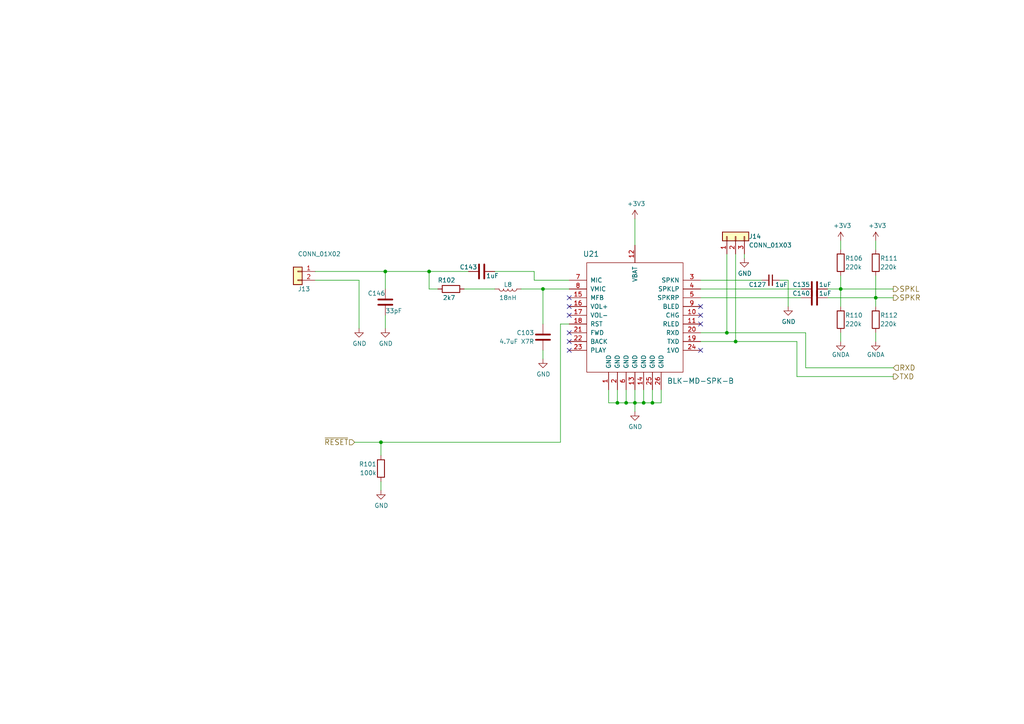
<source format=kicad_sch>
(kicad_sch (version 20211123) (generator eeschema)
  (paper "A4")
  (title_block (title "Bluetooth Audio") (date "2016-06-17"))
  (lib_symbols
    (symbol "Connector_Generic:Conn_01x02" (pin_names (offset 1.016) hide)
      (property "Reference" "J" (at 0 2.54 0))
      (property "Value" "Conn_01x02" (at 0 -5.08 0))
      (symbol "Conn_01x02_1_1"
        (rectangle (start -1.27 -2.413) (end 0 -2.667) (stroke (width 0.1524)))
        (rectangle (start -1.27 0.127) (end 0 -0.127) (stroke (width 0.1524)))
        (rectangle (start -1.27 1.27) (end 1.27 -3.81) (stroke (width 0.254)) (fill (type background)))
        (pin passive line (at -5.08 0 0) (length 3.81) (name "Pin_1") (number "1"))
        (pin passive line (at -5.08 -2.54 0) (length 3.81) (name "Pin_2") (number "2"))
      )
    )
    (symbol "Connector_Generic:Conn_01x03" (pin_names (offset 1.016) hide)
      (property "Reference" "J" (at 0 5.08 0))
      (property "Value" "Conn_01x03" (at 0 -5.08 0))
      (symbol "Conn_01x03_1_1"
        (rectangle (start -1.27 -2.413) (end 0 -2.667) (stroke (width 0.1524)))
        (rectangle (start -1.27 0.127) (end 0 -0.127) (stroke (width 0.1524)))
        (rectangle (start -1.27 2.667) (end 0 2.413) (stroke (width 0.1524)))
        (rectangle (start -1.27 3.81) (end 1.27 -3.81) (stroke (width 0.254)) (fill (type background)))
        (pin passive line (at -5.08 2.54 0) (length 3.81) (name "Pin_1") (number "1"))
        (pin passive line (at -5.08 0 0) (length 3.81) (name "Pin_2") (number "2"))
        (pin passive line (at -5.08 -2.54 0) (length 3.81) (name "Pin_3") (number "3"))
      )
    )
    (symbol "Device:C" (pin_numbers hide) (pin_names (offset 0.254))
      (property "Reference" "C" (at 0.635 2.54 0))
      (property "Value" "C" (at 0.635 -2.54 0))
      (symbol "C_0_1"
        (polyline (pts (xy -2.032 -0.762) (xy 2.032 -0.762)) (stroke (width 0.508)))
        (polyline (pts (xy -2.032 0.762) (xy 2.032 0.762)) (stroke (width 0.508)))
      )
      (symbol "C_1_1"
        (pin passive line (at 0 3.81 270) (length 2.794) (name "~") (number "1"))
        (pin passive line (at 0 -3.81 90) (length 2.794) (name "~") (number "2"))
      )
    )
    (symbol "Device:C_Small" (pin_numbers hide) (pin_names (offset 0.254) hide)
      (property "Reference" "C" (at 0.254 1.778 0))
      (property "Value" "C_Small" (at 0.254 -2.032 0))
      (symbol "C_Small_0_1"
        (polyline (pts (xy -1.524 -0.508) (xy 1.524 -0.508)) (stroke (width 0.3302)))
        (polyline (pts (xy -1.524 0.508) (xy 1.524 0.508)) (stroke (width 0.3048)))
      )
      (symbol "C_Small_1_1"
        (pin passive line (at 0 2.54 270) (length 2.032) (name "~") (number "1"))
        (pin passive line (at 0 -2.54 90) (length 2.032) (name "~") (number "2"))
      )
    )
    (symbol "Device:L" (pin_numbers hide) (pin_names (offset 1.016) hide)
      (property "Reference" "L" (at -1.27 0 90))
      (property "Value" "L" (at 1.905 0 90))
      (symbol "L_0_1"
        (arc (start 0 -2.54) (mid 0.635 -1.905) (end 0 -1.27))
        (arc (start 0 -1.27) (mid 0.635 -0.635) (end 0 0))
        (arc (start 0 0) (mid 0.635 0.635) (end 0 1.27))
        (arc (start 0 1.27) (mid 0.635 1.905) (end 0 2.54))
      )
      (symbol "L_1_1"
        (pin passive line (at 0 3.81 270) (length 1.27) (name "1") (number "1"))
        (pin passive line (at 0 -3.81 90) (length 1.27) (name "2") (number "2"))
      )
    )
    (symbol "Device:R" (pin_numbers hide) (pin_names (offset 0))
      (property "Reference" "R" (at 2.032 0 90))
      (property "Value" "R" (at 0 0 90))
      (symbol "R_0_1"
        (rectangle (start -1.016 -2.54) (end 1.016 2.54) (stroke (width 0.254)))
      )
      (symbol "R_1_1"
        (pin passive line (at 0 3.81 270) (length 1.27) (name "~") (number "1"))
        (pin passive line (at 0 -3.81 90) (length 1.27) (name "~") (number "2"))
      )
    )
    (symbol "Mainboard-rescue:+3.3V-power" (power) (pin_names (offset 0))
      (property "Value" "+3.3V-power" (at 0 3.556 0))
      (symbol "+3.3V-power_0_1"
        (polyline (pts (xy -0.762 1.27) (xy 0 2.54)))
        (polyline (pts (xy 0 0) (xy 0 2.54)))
        (polyline (pts (xy 0 2.54) (xy 0.762 1.27)))
      )
      (symbol "+3.3V-power_1_1"
        (pin power_in line (at 0 0 90) (length 0) hide (name "+3V3") (number "1"))
      )
    )
    (symbol "Mainboard-rescue:+3V3-power" (power) (pin_names (offset 0))
      (property "Value" "+3V3-power" (at 0 3.556 0))
      (symbol "+3V3-power_0_1"
        (polyline (pts (xy -0.762 1.27) (xy 0 2.54)))
        (polyline (pts (xy 0 0) (xy 0 2.54)))
        (polyline (pts (xy 0 2.54) (xy 0.762 1.27)))
      )
      (symbol "+3V3-power_1_1"
        (pin power_in line (at 0 0 90) (length 0) hide (name "+3V3") (number "1"))
      )
    )
    (symbol "Mainboard-rescue:GND-power" (power) (pin_names (offset 0))
      (property "Value" "GND-power" (at 0 -3.81 0))
      (symbol "GND-power_0_1"
        (polyline (pts (xy 0 0) (xy 0 -1.27) (xy 1.27 -1.27) (xy 0 -2.54) (xy -1.27 -1.27) (xy 0 -1.27)))
      )
      (symbol "GND-power_1_1"
        (pin power_in line (at 0 0 270) (length 0) hide (name "GND") (number "1"))
      )
    )
    (symbol "Mainboard-rescue:GNDA-power" (power) (pin_names (offset 0))
      (property "Value" "GNDA-power" (at 0 -3.81 0))
      (symbol "GNDA-power_0_1"
        (polyline (pts (xy 0 0) (xy 0 -1.27) (xy 1.27 -1.27) (xy 0 -2.54) (xy -1.27 -1.27) (xy 0 -1.27)))
      )
      (symbol "GNDA-power_1_1"
        (pin power_in line (at 0 0 270) (length 0) hide (name "GNDA") (number "1"))
      )
    )
    (symbol "Mainboard:BLK-MD-SPK-B" (pin_names (offset 1.016))
      (property "Reference" "U" (at -11.43 13.335 0))
      (property "Value" "BLK-MD-SPK-B" (at 19.05 -22.86 0))
      (symbol "BLK-MD-SPK-B_0_1"
        (rectangle (start -13.97 11.43) (end 13.97 -20.32))
      )
      (symbol "BLK-MD-SPK-B_1_1"
        (pin power_in line (at -7.62 -25.4 90) (length 5.08) (name "GND") (number "1"))
        (pin power_out line (at 19.05 -3.81 180) (length 5.08) (name "CHG") (number "10"))
        (pin open_emitter line (at 19.05 -6.35 180) (length 5.08) (name "RLED") (number "11"))
        (pin power_in line (at 0 16.51 270) (length 5.08) (name "VBAT") (number "12"))
        (pin power_in line (at 0 -25.4 90) (length 5.08) (name "GND") (number "13"))
        (pin power_in line (at 2.54 -25.4 90) (length 5.08) (name "GND") (number "14"))
        (pin input line (at -19.05 1.27 0) (length 5.08) (name "MFB") (number "15"))
        (pin input line (at -19.05 -1.27 0) (length 5.08) (name "VOL+") (number "16"))
        (pin input line (at -19.05 -3.81 0) (length 5.08) (name "VOL-") (number "17"))
        (pin input line (at -19.05 -6.35 0) (length 5.08) (name "RST") (number "18"))
        (pin output line (at 19.05 -11.43 180) (length 5.08) (name "TXD") (number "19"))
        (pin power_in line (at -5.08 -25.4 90) (length 5.08) (name "GND") (number "2"))
        (pin input line (at 19.05 -8.89 180) (length 5.08) (name "RXD") (number "20"))
        (pin input line (at -19.05 -8.89 0) (length 5.08) (name "FWD") (number "21"))
        (pin input line (at -19.05 -11.43 0) (length 5.08) (name "BACK") (number "22"))
        (pin input line (at -19.05 -13.97 0) (length 5.08) (name "PLAY") (number "23"))
        (pin power_out line (at 19.05 -13.97 180) (length 5.08) (name "1VO") (number "24"))
        (pin power_in line (at 5.08 -25.4 90) (length 5.08) (name "GND") (number "25"))
        (pin power_in line (at 7.62 -25.4 90) (length 5.08) (name "GND") (number "26"))
        (pin output line (at 19.05 6.35 180) (length 5.08) (name "SPKN") (number "3"))
        (pin output line (at 19.05 3.81 180) (length 5.08) (name "SPKLP") (number "4"))
        (pin output line (at 19.05 1.27 180) (length 5.08) (name "SPKRP") (number "5"))
        (pin power_in line (at -2.54 -25.4 90) (length 5.08) (name "GND") (number "6"))
        (pin input line (at -19.05 6.35 0) (length 5.08) (name "MIC") (number "7"))
        (pin input line (at -19.05 3.81 0) (length 5.08) (name "VMIC") (number "8"))
        (pin open_collector line (at 19.05 -1.27 180) (length 5.08) (name "BLED") (number "9"))
      )
    )
  )
  (junction (at 243.84 83.82))
  (junction (at 254 86.36))
  (junction (at 184.15 116.84))
  (junction (at 210.82 96.52))
  (junction (at 179.07 116.84))
  (junction (at 189.23 116.84))
  (junction (at 111.76 78.74))
  (junction (at 213.36 99.06))
  (junction (at 124.46 78.74))
  (junction (at 186.69 116.84))
  (junction (at 181.61 116.84))
  (junction (at 157.48 83.82))
  (junction (at 110.49 128.27))
  (no_connect (at 165.1 96.52))
  (no_connect (at 165.1 99.06))
  (no_connect (at 165.1 88.9))
  (no_connect (at 203.2 101.6))
  (no_connect (at 203.2 91.44))
  (no_connect (at 165.1 101.6))
  (no_connect (at 203.2 88.9))
  (no_connect (at 203.2 93.98))
  (no_connect (at 165.1 91.44))
  (no_connect (at 165.1 86.36))
  (wire (pts (xy 111.76 91.44) (xy 111.76 95.25)))
  (wire (pts (xy 203.2 86.36) (xy 232.41 86.36)))
  (wire (pts (xy 233.68 106.68) (xy 259.08 106.68)))
  (wire (pts (xy 191.77 116.84) (xy 191.77 113.03)))
  (wire (pts (xy 162.56 128.27) (xy 162.56 93.98)))
  (wire (pts (xy 157.48 83.82) (xy 157.48 93.98)))
  (wire (pts (xy 254 86.36) (xy 254 88.9)))
  (wire (pts (xy 162.56 93.98) (xy 165.1 93.98)))
  (wire (pts (xy 203.2 96.52) (xy 210.82 96.52)))
  (wire (pts (xy 243.84 83.82) (xy 259.08 83.82)))
  (wire (pts (xy 91.44 78.74) (xy 111.76 78.74)))
  (wire (pts (xy 157.48 83.82) (xy 165.1 83.82)))
  (wire (pts (xy 110.49 128.27) (xy 110.49 132.08)))
  (wire (pts (xy 181.61 116.84) (xy 181.61 113.03)))
  (wire (pts (xy 179.07 113.03) (xy 179.07 116.84)))
  (wire (pts (xy 228.6 81.28) (xy 228.6 88.9)))
  (wire (pts (xy 231.14 99.06) (xy 231.14 109.22)))
  (wire (pts (xy 176.53 113.03) (xy 176.53 116.84)))
  (wire (pts (xy 210.82 73.66) (xy 210.82 96.52)))
  (wire (pts (xy 143.51 78.74) (xy 154.94 78.74)))
  (wire (pts (xy 154.94 78.74) (xy 154.94 81.28)))
  (wire (pts (xy 154.94 81.28) (xy 165.1 81.28)))
  (wire (pts (xy 104.14 81.28) (xy 91.44 81.28)))
  (wire (pts (xy 186.69 116.84) (xy 186.69 113.03)))
  (wire (pts (xy 157.48 101.6) (xy 157.48 104.14)))
  (wire (pts (xy 151.13 83.82) (xy 157.48 83.82)))
  (wire (pts (xy 213.36 99.06) (xy 231.14 99.06)))
  (wire (pts (xy 127 83.82) (xy 124.46 83.82)))
  (wire (pts (xy 213.36 73.66) (xy 213.36 99.06)))
  (wire (pts (xy 243.84 83.82) (xy 243.84 88.9)))
  (wire (pts (xy 203.2 81.28) (xy 220.98 81.28)))
  (wire (pts (xy 179.07 116.84) (xy 181.61 116.84)))
  (wire (pts (xy 254 69.85) (xy 254 72.39)))
  (wire (pts (xy 143.51 83.82) (xy 134.62 83.82)))
  (wire (pts (xy 240.03 86.36) (xy 254 86.36)))
  (wire (pts (xy 124.46 83.82) (xy 124.46 78.74)))
  (wire (pts (xy 240.03 83.82) (xy 243.84 83.82)))
  (wire (pts (xy 184.15 116.84) (xy 186.69 116.84)))
  (wire (pts (xy 181.61 116.84) (xy 184.15 116.84)))
  (wire (pts (xy 254 80.01) (xy 254 86.36)))
  (wire (pts (xy 184.15 113.03) (xy 184.15 116.84)))
  (wire (pts (xy 189.23 116.84) (xy 189.23 113.03)))
  (wire (pts (xy 111.76 78.74) (xy 124.46 78.74)))
  (wire (pts (xy 243.84 80.01) (xy 243.84 83.82)))
  (wire (pts (xy 233.68 96.52) (xy 233.68 106.68)))
  (wire (pts (xy 124.46 78.74) (xy 135.89 78.74)))
  (wire (pts (xy 210.82 96.52) (xy 233.68 96.52)))
  (wire (pts (xy 176.53 116.84) (xy 179.07 116.84)))
  (wire (pts (xy 215.9 73.66) (xy 215.9 74.93)))
  (wire (pts (xy 104.14 95.25) (xy 104.14 81.28)))
  (wire (pts (xy 243.84 69.85) (xy 243.84 72.39)))
  (wire (pts (xy 184.15 116.84) (xy 184.15 119.38)))
  (wire (pts (xy 243.84 96.52) (xy 243.84 99.06)))
  (wire (pts (xy 203.2 99.06) (xy 213.36 99.06)))
  (wire (pts (xy 111.76 78.74) (xy 111.76 83.82)))
  (wire (pts (xy 254 96.52) (xy 254 99.06)))
  (wire (pts (xy 186.69 116.84) (xy 189.23 116.84)))
  (wire (pts (xy 110.49 139.7) (xy 110.49 142.24)))
  (wire (pts (xy 231.14 109.22) (xy 259.08 109.22)))
  (wire (pts (xy 203.2 83.82) (xy 232.41 83.82)))
  (wire (pts (xy 254 86.36) (xy 259.08 86.36)))
  (wire (pts (xy 110.49 128.27) (xy 162.56 128.27)))
  (wire (pts (xy 189.23 116.84) (xy 191.77 116.84)))
  (wire (pts (xy 102.87 128.27) (xy 110.49 128.27)))
  (wire (pts (xy 184.15 63.5) (xy 184.15 71.12)))
  (wire (pts (xy 226.06 81.28) (xy 228.6 81.28)))
  (hierarchical_label "RXD" (shape input) (at 259.08 106.68 0) (effects (font (size 1.524 1.524))))
  (hierarchical_label "TXD" (shape output) (at 259.08 109.22 0) (effects (font (size 1.524 1.524))))
  (hierarchical_label "SPKL" (shape output) (at 259.08 83.82 0) (effects (font (size 1.524 1.524))))
  (hierarchical_label "~{RESET}" (shape input) (at 102.87 128.27 180) (effects (font (size 1.524 1.524))))
  (hierarchical_label "SPKR" (shape output) (at 259.08 86.36 0) (effects (font (size 1.524 1.524))))
  (symbol (lib_id "Mainboard:BLK-MD-SPK-B") (at 184.15 87.63 0) (unit 1)
    (property "Reference" "U21" (at 171.45 73.66 0) (effects (font (size 1.524 1.524))))
    (property "Value" "BLK-MD-SPK-B" (at 203.2 110.49 0) (effects (font (size 1.524 1.524))))
    (property "Footprint" "Modules_various:BLK-MD-SPK-B" (effects hide))
  )
  (symbol (lib_id "Mainboard-rescue:+3.3V-power") (at 184.15 63.5 0) (unit 1)
    (property "Reference" "#PWR0203" (effects hide))
    (property "Value" "+3.3V" (at 184.531 59.1058 0))
  )
  (symbol (lib_id "Mainboard-rescue:GND-power") (at 184.15 119.38 0) (unit 1)
    (property "Reference" "#PWR0204" (effects hide))
    (property "Value" "GND" (at 184.277 123.7742 0))
  )
  (symbol (lib_id "Device:R") (at 130.81 83.82 90) (unit 1)
    (property "Reference" "R102" (at 132.08 81.28 90) (effects (justify left)))
    (property "Value" "2k7" (at 132.08 86.36 90) (effects (justify left)))
    (property "Footprint" "Resistors_SMD:R_0603_HandSoldering" (effects hide))
  )
  (symbol (lib_id "Device:L") (at 147.32 83.82 270) (unit 1)
    (property "Reference" "L8" (at 147.32 82.55 90))
    (property "Value" "18nH" (at 147.32 86.36 90))
    (property "Footprint" "Resistors_SMD:R_0603_HandSoldering" (effects hide))
    (property "Manufacturer" "Würth Elektronik" (effects hide))
    (property "Type" "744786118A" (effects hide))
    (property "Source" "Farnell" (effects hide))
    (property "Order Number" "2424720" (effects hide))
  )
  (symbol (lib_id "Device:C") (at 157.48 97.79 0) (unit 1)
    (property "Reference" "C103" (at 154.94 96.52 0) (effects (justify right)))
    (property "Value" "4.7uF X7R" (at 154.94 99.06 0) (effects (justify right)))
    (property "Footprint" "Capacitors_SMD:C_1206_HandSoldering" (effects hide))
    (property "Manufacturer" "Kemet" (effects hide))
    (property "Type" "C1206C475K3RACAUTO" (effects hide))
    (property "Source" "Mouser" (effects hide))
    (property "Order Number" "80-C1206C475K3RAUTO" (effects hide))
  )
  (symbol (lib_id "Mainboard-rescue:GND-power") (at 157.48 104.14 0) (unit 1)
    (property "Reference" "#PWR0205" (effects hide))
    (property "Value" "GND" (at 157.607 108.5342 0))
  )
  (symbol (lib_id "Connector_Generic:Conn_01x02") (at 86.36 78.74 0) (mirror y) (unit 1)
    (property "Reference" "J13" (at 86.36 83.82 0) (effects (justify right)))
    (property "Value" "CONN_01X02" (at 86.36 73.66 0) (effects (justify right)))
    (property "Footprint" "Pin_Headers:Pin_Header_Straight_1x02" (effects hide))
    (property "Manufacturer" "Value" (effects hide))
    (property "Type" "Value" (effects hide))
    (property "Source" "Farnell" (effects hide))
    (property "Order Number" "Value" (effects hide))
  )
  (symbol (lib_id "Mainboard-rescue:GND-power") (at 104.14 95.25 0) (unit 1)
    (property "Reference" "#PWR0206" (effects hide))
    (property "Value" "GND" (at 104.267 99.6442 0))
  )
  (symbol (lib_id "Device:R") (at 110.49 135.89 180) (unit 1)
    (property "Reference" "R101" (at 109.22 134.62 0) (effects (justify left)))
    (property "Value" "100k" (at 109.22 137.16 0) (effects (justify left)))
    (property "Footprint" "Resistors_SMD:R_0603_HandSoldering" (effects hide))
  )
  (symbol (lib_id "Mainboard-rescue:GND-power") (at 110.49 142.24 0) (unit 1)
    (property "Reference" "#PWR0207" (effects hide))
    (property "Value" "GND" (at 110.617 146.6342 0))
  )
  (symbol (lib_id "Connector_Generic:Conn_01x03") (at 213.36 68.58 90) (unit 1)
    (property "Reference" "J14" (at 217.17 68.58 90) (effects (justify right)))
    (property "Value" "CONN_01X03" (at 217.17 71.12 90) (effects (justify right)))
    (property "Footprint" "Pin_Headers:Pin_Header_Straight_1x03" (effects hide))
    (property "Manufacturer" "Value" (effects hide))
    (property "Type" "Value" (effects hide))
    (property "Source" "Farnell" (effects hide))
    (property "Order Number" "Value" (effects hide))
  )
  (symbol (lib_id "Mainboard-rescue:GND-power") (at 215.9 74.93 0) (unit 1)
    (property "Reference" "#PWR0208" (effects hide))
    (property "Value" "GND" (at 216.027 79.3242 0))
  )
  (symbol (lib_id "Device:C_Small") (at 223.52 81.28 270) (unit 1)
    (property "Reference" "C127" (at 222.25 82.55 90) (effects (justify right)))
    (property "Value" "1uF" (at 224.79 82.55 90) (effects (justify left)))
    (property "Footprint" "Capacitors_SMD:C_0603_HandSoldering" (effects hide))
  )
  (symbol (lib_id "Mainboard-rescue:GND-power") (at 228.6 88.9 0) (unit 1)
    (property "Reference" "#PWR0209" (effects hide))
    (property "Value" "GND" (at 228.727 93.2942 0))
  )
  (symbol (lib_id "Device:C") (at 139.7 78.74 270) (unit 1)
    (property "Reference" "C143" (at 138.43 77.47 90) (effects (justify right)))
    (property "Value" "1uF" (at 140.97 80.01 90) (effects (justify left)))
    (property "Footprint" "Capacitors_SMD:C_0603_HandSoldering" (effects hide))
  )
  (symbol (lib_id "Device:R") (at 243.84 76.2 0) (unit 1)
    (property "Reference" "R106" (at 245.11 74.93 0) (effects (justify left)))
    (property "Value" "220k" (at 245.11 77.47 0) (effects (justify left)))
    (property "Footprint" "Resistors_SMD:R_0603_HandSoldering" (effects hide))
    (property "Manufacturer" "Value" (effects hide))
    (property "Type" "Value" (effects hide))
    (property "Source" "Farnell" (effects hide))
    (property "Order Number" "Value" (effects hide))
  )
  (symbol (lib_id "Device:R") (at 254 76.2 0) (unit 1)
    (property "Reference" "R111" (at 255.27 74.93 0) (effects (justify left)))
    (property "Value" "220k" (at 255.27 77.47 0) (effects (justify left)))
    (property "Footprint" "Resistors_SMD:R_0603_HandSoldering" (effects hide))
    (property "Manufacturer" "Value" (effects hide))
    (property "Type" "Value" (effects hide))
    (property "Source" "Farnell" (effects hide))
    (property "Order Number" "Value" (effects hide))
  )
  (symbol (lib_id "Device:R") (at 243.84 92.71 0) (unit 1)
    (property "Reference" "R110" (at 245.11 91.44 0) (effects (justify left)))
    (property "Value" "220k" (at 245.11 93.98 0) (effects (justify left)))
    (property "Footprint" "Resistors_SMD:R_0603_HandSoldering" (effects hide))
    (property "Manufacturer" "Value" (effects hide))
    (property "Type" "Value" (effects hide))
    (property "Source" "Farnell" (effects hide))
    (property "Order Number" "Value" (effects hide))
  )
  (symbol (lib_id "Device:R") (at 254 92.71 0) (unit 1)
    (property "Reference" "R112" (at 255.27 91.44 0) (effects (justify left)))
    (property "Value" "220k" (at 255.27 93.98 0) (effects (justify left)))
    (property "Footprint" "Resistors_SMD:R_0603_HandSoldering" (effects hide))
    (property "Manufacturer" "Value" (effects hide))
    (property "Type" "Value" (effects hide))
    (property "Source" "Farnell" (effects hide))
    (property "Order Number" "Value" (effects hide))
  )
  (symbol (lib_id "Device:C") (at 236.22 83.82 270) (unit 1)
    (property "Reference" "C135" (at 234.95 82.55 90) (effects (justify right)))
    (property "Value" "1uF" (at 237.49 82.55 90) (effects (justify left)))
    (property "Footprint" "Capacitors_SMD:C_0603_HandSoldering" (effects hide))
  )
  (symbol (lib_id "Device:C") (at 236.22 86.36 270) (unit 1)
    (property "Reference" "C140" (at 234.95 85.09 90) (effects (justify right)))
    (property "Value" "1uF" (at 237.49 85.09 90) (effects (justify left)))
    (property "Footprint" "Capacitors_SMD:C_0603_HandSoldering" (effects hide))
  )
  (symbol (lib_id "Mainboard-rescue:+3V3-power") (at 243.84 69.85 0) (unit 1)
    (property "Reference" "#PWR0210" (effects hide))
    (property "Value" "+3V3" (at 244.2972 65.4558 0))
  )
  (symbol (lib_id "Mainboard-rescue:+3V3-power") (at 254 69.85 0) (unit 1)
    (property "Reference" "#PWR0211" (effects hide))
    (property "Value" "+3V3" (at 254.4572 65.4558 0))
  )
  (symbol (lib_id "Mainboard-rescue:GNDA-power") (at 243.84 99.06 0) (unit 1)
    (property "Reference" "#PWR0212" (effects hide))
    (property "Value" "GNDA" (at 243.84 102.87 0))
  )
  (symbol (lib_id "Mainboard-rescue:GNDA-power") (at 254 99.06 0) (unit 1)
    (property "Reference" "#PWR0213" (effects hide))
    (property "Value" "GNDA" (at 254 102.87 0))
  )
  (symbol (lib_id "Device:C") (at 111.76 87.63 0) (unit 1)
    (property "Reference" "C146" (at 111.76 85.09 0) (effects (justify right)))
    (property "Value" "33pF" (at 111.76 90.17 0) (effects (justify left)))
    (property "Footprint" "Capacitors_SMD:C_0603_HandSoldering" (effects hide))
  )
  (symbol (lib_id "Mainboard-rescue:GND-power") (at 111.76 95.25 0) (unit 1)
    (property "Reference" "#PWR0214" (effects hide))
    (property "Value" "GND" (at 111.887 99.6442 0))
  )
)
</source>
